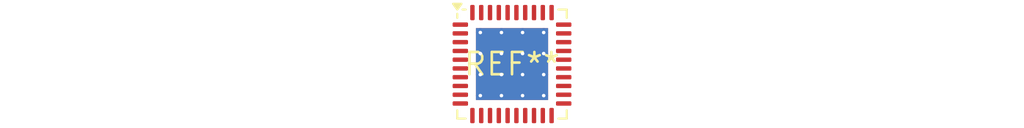
<source format=kicad_pcb>
(kicad_pcb (version 20240108) (generator pcbnew)
  (layers (0 "F.Cu" signal) (31 "B.Cu" signal) (34 "B.Paste" user) (35 "F.Paste" user) (36 "B.SilkS" user "B.Silkscreen") (37 "F.SilkS" user "F.Silkscreen") (38 "B.Mask" user) (39 "F.Mask" user) (44 "Edge.Cuts" user))
  (net 0 "")
  (footprint "HVQFN-40-1EP_6x6mm_P0.5mm_EP4.1x4.1mm_ThermalVias" (layer "F.Cu") (at 0 0)
    (property "Reference" "REF**")
    (property "Value" "HVQFN-40-1EP_6x6mm_P0.5mm_EP4.1x4.1mm_ThermalVias")
    (fp_line (start -3.11 -2.635) (end -3.11 -2.87) (layer "F.SilkS") (stroke (width 0.12)))
    (fp_line (start -3.11 3.11) (end -3.11 2.635) (layer "F.SilkS") (stroke (width 0.12)))
    (fp_line (start -2.635 -3.11) (end -2.81 -3.11) (layer "F.SilkS") (stroke (width 0.12)))
    (fp_line (start -2.635 3.11) (end -3.11 3.11) (layer "F.SilkS") (stroke (width 0.12)))
    (fp_line (start 2.635 -3.11) (end 3.11 -3.11) (layer "F.SilkS") (stroke (width 0.12)))
    (fp_line (start 2.635 3.11) (end 3.11 3.11) (layer "F.SilkS") (stroke (width 0.12)))
    (fp_line (start 3.11 -3.11) (end 3.11 -2.635) (layer "F.SilkS") (stroke (width 0.12)))
    (fp_line (start 3.11 3.11) (end 3.11 2.635) (layer "F.SilkS") (stroke (width 0.12)))
    (fp_poly (pts (xy -3.11 -3.11) (xy -3.35 -3.44) (xy -2.87 -3.44) (xy -3.11 -3.11)) (layer "F.SilkS") (stroke (width 0.12)) (fill solid))
    (pad "1" smd roundrect (at -2.9375 -2.25) (size 0.875 0.25) (layers "F.Cu" "F.Paste" "F.Mask"))
    (pad "2" smd roundrect (at -2.9375 -1.75) (size 0.875 0.25) (layers "F.Cu" "F.Paste" "F.Mask"))
    (pad "3" smd roundrect (at -2.9375 -1.25) (size 0.875 0.25) (layers "F.Cu" "F.Paste" "F.Mask"))
    (pad "4" smd roundrect (at -2.9375 -0.75) (size 0.875 0.25) (layers "F.Cu" "F.Paste" "F.Mask"))
    (pad "5" smd roundrect (at -2.9375 -0.25) (size 0.875 0.25) (layers "F.Cu" "F.Paste" "F.Mask"))
    (pad "6" smd roundrect (at -2.9375 0.25) (size 0.875 0.25) (layers "F.Cu" "F.Paste" "F.Mask"))
    (pad "7" smd roundrect (at -2.9375 0.75) (size 0.875 0.25) (layers "F.Cu" "F.Paste" "F.Mask"))
    (pad "8" smd roundrect (at -2.9375 1.25) (size 0.875 0.25) (layers "F.Cu" "F.Paste" "F.Mask"))
    (pad "9" smd roundrect (at -2.9375 1.75) (size 0.875 0.25) (layers "F.Cu" "F.Paste" "F.Mask"))
    (pad "10" smd roundrect (at -2.9375 2.25) (size 0.875 0.25) (layers "F.Cu" "F.Paste" "F.Mask"))
    (pad "11" smd roundrect (at -2.25 2.9375) (size 0.25 0.875) (layers "F.Cu" "F.Paste" "F.Mask"))
    (pad "12" smd roundrect (at -1.75 2.9375) (size 0.25 0.875) (layers "F.Cu" "F.Paste" "F.Mask"))
    (pad "13" smd roundrect (at -1.25 2.9375) (size 0.25 0.875) (layers "F.Cu" "F.Paste" "F.Mask"))
    (pad "14" smd roundrect (at -0.75 2.9375) (size 0.25 0.875) (layers "F.Cu" "F.Paste" "F.Mask"))
    (pad "15" smd roundrect (at -0.25 2.9375) (size 0.25 0.875) (layers "F.Cu" "F.Paste" "F.Mask"))
    (pad "16" smd roundrect (at 0.25 2.9375) (size 0.25 0.875) (layers "F.Cu" "F.Paste" "F.Mask"))
    (pad "17" smd roundrect (at 0.75 2.9375) (size 0.25 0.875) (layers "F.Cu" "F.Paste" "F.Mask"))
    (pad "18" smd roundrect (at 1.25 2.9375) (size 0.25 0.875) (layers "F.Cu" "F.Paste" "F.Mask"))
    (pad "19" smd roundrect (at 1.75 2.9375) (size 0.25 0.875) (layers "F.Cu" "F.Paste" "F.Mask"))
    (pad "20" smd roundrect (at 2.25 2.9375) (size 0.25 0.875) (layers "F.Cu" "F.Paste" "F.Mask"))
    (pad "21" smd roundrect (at 2.9375 2.25) (size 0.875 0.25) (layers "F.Cu" "F.Paste" "F.Mask"))
    (pad "22" smd roundrect (at 2.9375 1.75) (size 0.875 0.25) (layers "F.Cu" "F.Paste" "F.Mask"))
    (pad "23" smd roundrect (at 2.9375 1.25) (size 0.875 0.25) (layers "F.Cu" "F.Paste" "F.Mask"))
    (pad "24" smd roundrect (at 2.9375 0.75) (size 0.875 0.25) (layers "F.Cu" "F.Paste" "F.Mask"))
    (pad "25" smd roundrect (at 2.9375 0.25) (size 0.875 0.25) (layers "F.Cu" "F.Paste" "F.Mask"))
    (pad "26" smd roundrect (at 2.9375 -0.25) (size 0.875 0.25) (layers "F.Cu" "F.Paste" "F.Mask"))
    (pad "27" smd roundrect (at 2.9375 -0.75) (size 0.875 0.25) (layers "F.Cu" "F.Paste" "F.Mask"))
    (pad "28" smd roundrect (at 2.9375 -1.25) (size 0.875 0.25) (layers "F.Cu" "F.Paste" "F.Mask"))
    (pad "29" smd roundrect (at 2.9375 -1.75) (size 0.875 0.25) (layers "F.Cu" "F.Paste" "F.Mask"))
    (pad "30" smd roundrect (at 2.9375 -2.25) (size 0.875 0.25) (layers "F.Cu" "F.Paste" "F.Mask"))
    (pad "31" smd roundrect (at 2.25 -2.9375) (size 0.25 0.875) (layers "F.Cu" "F.Paste" "F.Mask"))
    (pad "32" smd roundrect (at 1.75 -2.9375) (size 0.25 0.875) (layers "F.Cu" "F.Paste" "F.Mask"))
    (pad "33" smd roundrect (at 1.25 -2.9375) (size 0.25 0.875) (layers "F.Cu" "F.Paste" "F.Mask"))
    (pad "34" smd roundrect (at 0.75 -2.9375) (size 0.25 0.875) (layers "F.Cu" "F.Paste" "F.Mask"))
    (pad "35" smd roundrect (at 0.25 -2.9375) (size 0.25 0.875) (layers "F.Cu" "F.Paste" "F.Mask"))
    (pad "36" smd roundrect (at -0.25 -2.9375) (size 0.25 0.875) (layers "F.Cu" "F.Paste" "F.Mask"))
    (pad "37" smd roundrect (at -0.75 -2.9375) (size 0.25 0.875) (layers "F.Cu" "F.Paste" "F.Mask"))
    (pad "38" smd roundrect (at -1.25 -2.9375) (size 0.25 0.875) (layers "F.Cu" "F.Paste" "F.Mask"))
    (pad "39" smd roundrect (at -1.75 -2.9375) (size 0.25 0.875) (layers "F.Cu" "F.Paste" "F.Mask"))
    (pad "40" smd roundrect (at -2.25 -2.9375) (size 0.25 0.875) (layers "F.Cu" "F.Paste" "F.Mask"))
    (pad "41" thru_hole circle (at -1.8 -1.8) (size 0.5 0.5) (drill 0.2) (property pad_prop_heatsink) (layers *.Cu) (remove_unused_layers))
    (pad "41" thru_hole circle (at -1.8 -0.6) (size 0.5 0.5) (drill 0.2) (property pad_prop_heatsink) (layers *.Cu) (remove_unused_layers))
    (pad "41" thru_hole circle (at -1.8 0.6) (size 0.5 0.5) (drill 0.2) (property pad_prop_heatsink) (layers *.Cu) (remove_unused_layers))
    (pad "41" thru_hole circle (at -1.8 1.8) (size 0.5 0.5) (drill 0.2) (property pad_prop_heatsink) (layers *.Cu) (remove_unused_layers))
    (pad "41" thru_hole circle (at -0.6 -1.8) (size 0.5 0.5) (drill 0.2) (property pad_prop_heatsink) (layers *.Cu) (remove_unused_layers))
    (pad "41" thru_hole circle (at -0.6 -0.6) (size 0.5 0.5) (drill 0.2) (property pad_prop_heatsink) (layers *.Cu) (remove_unused_layers))
    (pad "41" thru_hole circle (at -0.6 0.6) (size 0.5 0.5) (drill 0.2) (property pad_prop_heatsink) (layers *.Cu) (remove_unused_layers))
    (pad "41" thru_hole circle (at -0.6 1.8) (size 0.5 0.5) (drill 0.2) (property pad_prop_heatsink) (layers *.Cu) (remove_unused_layers))
    (pad "41" smd rect (at 0 0) (size 4.1 4.1) (property pad_prop_heatsink) (layers "F.Cu" "F.Mask"))
    (pad "41" smd rect (at 0 0) (size 4.1 4.1) (property pad_prop_heatsink) (layers "B.Cu"))
    (pad "41" thru_hole circle (at 0.6 -1.8) (size 0.5 0.5) (drill 0.2) (property pad_prop_heatsink) (layers *.Cu) (remove_unused_layers))
    (pad "41" thru_hole circle (at 0.6 -0.6) (size 0.5 0.5) (drill 0.2) (property pad_prop_heatsink) (layers *.Cu) (remove_unused_layers))
    (pad "41" thru_hole circle (at 0.6 0.6) (size 0.5 0.5) (drill 0.2) (property pad_prop_heatsink) (layers *.Cu) (remove_unused_layers))
    (pad "41" thru_hole circle (at 0.6 1.8) (size 0.5 0.5) (drill 0.2) (property pad_prop_heatsink) (layers *.Cu) (remove_unused_layers))
    (pad "41" thru_hole circle (at 1.8 -1.8) (size 0.5 0.5) (drill 0.2) (property pad_prop_heatsink) (layers *.Cu) (remove_unused_layers))
    (pad "41" thru_hole circle (at 1.8 -0.6) (size 0.5 0.5) (drill 0.2) (property pad_prop_heatsink) (layers *.Cu) (remove_unused_layers))
    (pad "41" thru_hole circle (at 1.8 0.6) (size 0.5 0.5) (drill 0.2) (property pad_prop_heatsink) (layers *.Cu) (remove_unused_layers))
    (pad "41" thru_hole circle (at 1.8 1.8) (size 0.5 0.5) (drill 0.2) (property pad_prop_heatsink) (layers *.Cu) (remove_unused_layers))
  )
)
</source>
